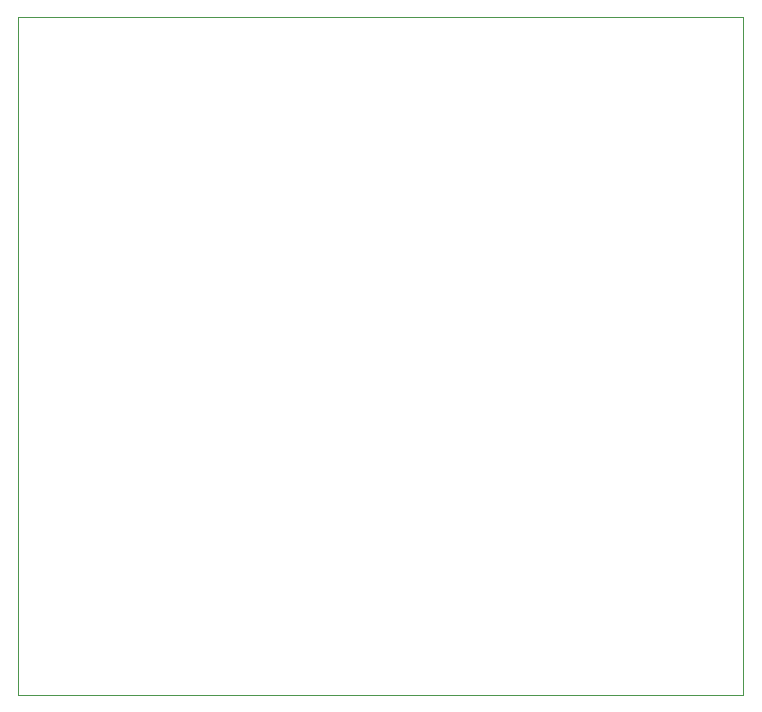
<source format=gm1>
G04 #@! TF.GenerationSoftware,KiCad,Pcbnew,8.0.5*
G04 #@! TF.CreationDate,2024-10-14T16:15:43+02:00*
G04 #@! TF.ProjectId,Pipboy2,50697062-6f79-4322-9e6b-696361645f70,rev?*
G04 #@! TF.SameCoordinates,Original*
G04 #@! TF.FileFunction,Profile,NP*
%FSLAX46Y46*%
G04 Gerber Fmt 4.6, Leading zero omitted, Abs format (unit mm)*
G04 Created by KiCad (PCBNEW 8.0.5) date 2024-10-14 16:15:43*
%MOMM*%
%LPD*%
G01*
G04 APERTURE LIST*
G04 #@! TA.AperFunction,Profile*
%ADD10C,0.050000*%
G04 #@! TD*
G04 APERTURE END LIST*
D10*
X104178843Y-67993738D02*
X165556469Y-67993738D01*
X165556469Y-125357903D01*
X104178843Y-125357903D01*
X104178843Y-67993738D01*
M02*

</source>
